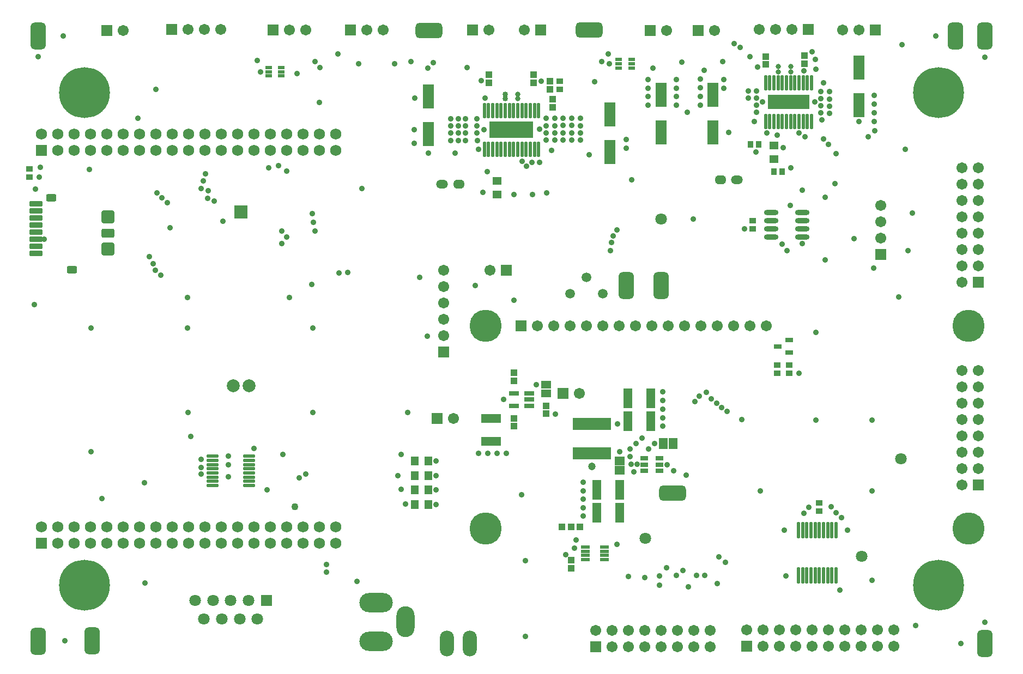
<source format=gts>
G04*
G04 #@! TF.GenerationSoftware,Altium Limited,Altium Designer,19.0.10 (269)*
G04*
G04 Layer_Color=8388736*
%FSLAX43Y43*%
%MOMM*%
G71*
G01*
G75*
G04:AMPARAMS|DCode=50|XSize=4.203mm|YSize=2.403mm|CornerRadius=0.652mm|HoleSize=0mm|Usage=FLASHONLY|Rotation=180.000|XOffset=0mm|YOffset=0mm|HoleType=Round|Shape=RoundedRectangle|*
%AMROUNDEDRECTD50*
21,1,4.203,1.100,0,0,180.0*
21,1,2.900,2.403,0,0,180.0*
1,1,1.303,-1.450,0.550*
1,1,1.303,1.450,0.550*
1,1,1.303,1.450,-0.550*
1,1,1.303,-1.450,-0.550*
%
%ADD50ROUNDEDRECTD50*%
%ADD51R,6.893X2.603*%
%ADD52O,0.553X2.403*%
G04:AMPARAMS|DCode=53|XSize=0.583mm|YSize=1.403mm|CornerRadius=0.143mm|HoleSize=0mm|Usage=FLASHONLY|Rotation=90.000|XOffset=0mm|YOffset=0mm|HoleType=Round|Shape=RoundedRectangle|*
%AMROUNDEDRECTD53*
21,1,0.583,1.116,0,0,90.0*
21,1,0.296,1.403,0,0,90.0*
1,1,0.287,0.558,0.148*
1,1,0.287,0.558,-0.148*
1,1,0.287,-0.558,-0.148*
1,1,0.287,-0.558,0.148*
%
%ADD53ROUNDEDRECTD53*%
%ADD54O,0.553X2.603*%
G04:AMPARAMS|DCode=55|XSize=2.003mm|YSize=2.003mm|CornerRadius=0.327mm|HoleSize=0mm|Usage=FLASHONLY|Rotation=90.000|XOffset=0mm|YOffset=0mm|HoleType=Round|Shape=RoundedRectangle|*
%AMROUNDEDRECTD55*
21,1,2.003,1.350,0,0,90.0*
21,1,1.350,2.003,0,0,90.0*
1,1,0.653,0.675,0.675*
1,1,0.653,0.675,-0.675*
1,1,0.653,-0.675,-0.675*
1,1,0.653,-0.675,0.675*
%
%ADD55ROUNDEDRECTD55*%
G04:AMPARAMS|DCode=56|XSize=1.403mm|YSize=2.003mm|CornerRadius=0.252mm|HoleSize=0mm|Usage=FLASHONLY|Rotation=90.000|XOffset=0mm|YOffset=0mm|HoleType=Round|Shape=RoundedRectangle|*
%AMROUNDEDRECTD56*
21,1,1.403,1.500,0,0,90.0*
21,1,0.900,2.003,0,0,90.0*
1,1,0.503,0.750,0.450*
1,1,0.503,0.750,-0.450*
1,1,0.503,-0.750,-0.450*
1,1,0.503,-0.750,0.450*
%
%ADD56ROUNDEDRECTD56*%
G04:AMPARAMS|DCode=57|XSize=1.103mm|YSize=1.603mm|CornerRadius=0.214mm|HoleSize=0mm|Usage=FLASHONLY|Rotation=90.000|XOffset=0mm|YOffset=0mm|HoleType=Round|Shape=RoundedRectangle|*
%AMROUNDEDRECTD57*
21,1,1.103,1.175,0,0,90.0*
21,1,0.675,1.603,0,0,90.0*
1,1,0.428,0.588,0.338*
1,1,0.428,0.588,-0.338*
1,1,0.428,-0.588,-0.338*
1,1,0.428,-0.588,0.338*
%
%ADD57ROUNDEDRECTD57*%
G04:AMPARAMS|DCode=58|XSize=0.903mm|YSize=2.003mm|CornerRadius=0.189mm|HoleSize=0mm|Usage=FLASHONLY|Rotation=90.000|XOffset=0mm|YOffset=0mm|HoleType=Round|Shape=RoundedRectangle|*
%AMROUNDEDRECTD58*
21,1,0.903,1.625,0,0,90.0*
21,1,0.525,2.003,0,0,90.0*
1,1,0.378,0.813,0.263*
1,1,0.378,0.813,-0.263*
1,1,0.378,-0.813,-0.263*
1,1,0.378,-0.813,0.263*
%
%ADD58ROUNDEDRECTD58*%
%ADD59R,6.403X2.203*%
%ADD60R,1.803X3.703*%
%ADD61R,1.403X1.653*%
%ADD62R,1.553X1.303*%
%ADD63R,3.103X1.353*%
%ADD64R,5.903X1.903*%
%ADD65R,1.303X1.403*%
%ADD66R,1.303X0.803*%
%ADD67R,1.053X0.953*%
%ADD68R,1.503X0.753*%
%ADD69O,1.903X0.553*%
%ADD70O,2.253X0.803*%
%ADD71R,1.003X0.503*%
%ADD72R,1.103X0.953*%
%ADD73R,1.053X0.903*%
%ADD74R,1.103X1.003*%
%ADD75R,1.353X3.103*%
%ADD76R,0.903X1.053*%
%ADD77R,1.003X1.103*%
%ADD78R,1.553X1.353*%
G04:AMPARAMS|DCode=79|XSize=4.203mm|YSize=2.403mm|CornerRadius=0.652mm|HoleSize=0mm|Usage=FLASHONLY|Rotation=90.000|XOffset=0mm|YOffset=0mm|HoleType=Round|Shape=RoundedRectangle|*
%AMROUNDEDRECTD79*
21,1,4.203,1.100,0,0,90.0*
21,1,2.900,2.403,0,0,90.0*
1,1,1.303,0.550,1.450*
1,1,1.303,0.550,-1.450*
1,1,1.303,-0.550,-1.450*
1,1,1.303,-0.550,1.450*
%
%ADD79ROUNDEDRECTD79*%
%ADD80R,1.403X1.303*%
%ADD81C,1.703*%
%ADD82R,1.703X1.703*%
%ADD83R,1.703X1.703*%
%ADD84C,5.003*%
%ADD85R,2.003X2.003*%
%ADD86C,2.003*%
%ADD87R,1.803X1.803*%
%ADD88C,1.803*%
%ADD89O,2.203X4.003*%
G04:AMPARAMS|DCode=90|XSize=5.203mm|YSize=3.003mm|CornerRadius=1.502mm|HoleSize=0mm|Usage=FLASHONLY|Rotation=0.000|XOffset=0mm|YOffset=0mm|HoleType=Round|Shape=RoundedRectangle|*
%AMROUNDEDRECTD90*
21,1,5.203,0.000,0,0,0.0*
21,1,2.200,3.003,0,0,0.0*
1,1,3.003,1.100,0.000*
1,1,3.003,-1.100,0.000*
1,1,3.003,-1.100,0.000*
1,1,3.003,1.100,0.000*
%
%ADD90ROUNDEDRECTD90*%
G04:AMPARAMS|DCode=91|XSize=4.803mm|YSize=2.803mm|CornerRadius=1.402mm|HoleSize=0mm|Usage=FLASHONLY|Rotation=270.000|XOffset=0mm|YOffset=0mm|HoleType=Round|Shape=RoundedRectangle|*
%AMROUNDEDRECTD91*
21,1,4.803,0.000,0,0,270.0*
21,1,2.000,2.803,0,0,270.0*
1,1,2.803,0.000,-1.000*
1,1,2.803,0.000,1.000*
1,1,2.803,0.000,1.000*
1,1,2.803,0.000,-1.000*
%
%ADD91ROUNDEDRECTD91*%
%ADD92C,1.503*%
%ADD93O,1.803X1.403*%
G04:AMPARAMS|DCode=94|XSize=1.803mm|YSize=1.403mm|CornerRadius=0.702mm|HoleSize=0mm|Usage=FLASHONLY|Rotation=0.000|XOffset=0mm|YOffset=0mm|HoleType=Round|Shape=RoundedRectangle|*
%AMROUNDEDRECTD94*
21,1,1.803,0.000,0,0,0.0*
21,1,0.400,1.403,0,0,0.0*
1,1,1.403,0.200,0.000*
1,1,1.403,-0.200,0.000*
1,1,1.403,-0.200,0.000*
1,1,1.403,0.200,0.000*
%
%ADD94ROUNDEDRECTD94*%
%ADD95C,1.753*%
%ADD96R,1.753X1.753*%
%ADD97C,7.903*%
%ADD98C,0.903*%
%ADD99C,0.803*%
%ADD100C,1.103*%
%ADD101C,1.203*%
%ADD102C,0.853*%
D50*
X138600Y149000D02*
D03*
X151500Y77000D02*
D03*
X113700Y148900D02*
D03*
D51*
X126500Y133500D02*
D03*
D52*
X122275Y130500D02*
D03*
X122925D02*
D03*
X123575D02*
D03*
X124225D02*
D03*
X124875D02*
D03*
X125525D02*
D03*
X126175D02*
D03*
X126825D02*
D03*
X127475D02*
D03*
X128125D02*
D03*
X128775D02*
D03*
X129425D02*
D03*
X130075D02*
D03*
X130725D02*
D03*
X122275Y136500D02*
D03*
X122925D02*
D03*
X123575D02*
D03*
X124225D02*
D03*
X124875D02*
D03*
X125525D02*
D03*
X126175D02*
D03*
X126825D02*
D03*
X127475D02*
D03*
X128125D02*
D03*
X128775D02*
D03*
X129425D02*
D03*
X130075D02*
D03*
X130725D02*
D03*
X173125Y140800D02*
D03*
X172475D02*
D03*
X171825D02*
D03*
X171175D02*
D03*
X170525D02*
D03*
X169875D02*
D03*
X169225D02*
D03*
X168575D02*
D03*
X167925D02*
D03*
X167275D02*
D03*
X166625D02*
D03*
X165975D02*
D03*
Y134800D02*
D03*
X166625D02*
D03*
X173125D02*
D03*
X172475D02*
D03*
X171825D02*
D03*
X171175D02*
D03*
X170525D02*
D03*
X169875D02*
D03*
X169225D02*
D03*
X168575D02*
D03*
X167925D02*
D03*
X167275D02*
D03*
D53*
X138000Y68650D02*
D03*
Y68000D02*
D03*
Y67350D02*
D03*
Y66700D02*
D03*
X140950D02*
D03*
Y67350D02*
D03*
Y68000D02*
D03*
Y68650D02*
D03*
D54*
X176925Y71250D02*
D03*
X176275D02*
D03*
X175625D02*
D03*
X174975D02*
D03*
X174325D02*
D03*
X173675D02*
D03*
X173025D02*
D03*
X172375D02*
D03*
X171725D02*
D03*
X171075D02*
D03*
X176925Y64250D02*
D03*
X176275D02*
D03*
X175625D02*
D03*
X174975D02*
D03*
X174325D02*
D03*
X173675D02*
D03*
X173025D02*
D03*
X172375D02*
D03*
X171725D02*
D03*
X171075D02*
D03*
D55*
X63800Y119960D02*
D03*
Y114960D02*
D03*
D56*
Y117460D02*
D03*
D57*
X58250Y111789D02*
D03*
X55000Y122960D02*
D03*
D58*
X52600Y121970D02*
D03*
Y120870D02*
D03*
Y119770D02*
D03*
Y118670D02*
D03*
Y117570D02*
D03*
Y116470D02*
D03*
Y115370D02*
D03*
Y114270D02*
D03*
D59*
X169550Y137800D02*
D03*
D60*
X180500Y137350D02*
D03*
Y143150D02*
D03*
X149750Y138900D02*
D03*
Y133100D02*
D03*
X157750Y138900D02*
D03*
Y133100D02*
D03*
X141750Y130050D02*
D03*
Y135850D02*
D03*
X113550Y132850D02*
D03*
Y138650D02*
D03*
D61*
X151610Y84750D02*
D03*
X150110D02*
D03*
D62*
X131850Y93916D02*
D03*
Y92516D02*
D03*
D63*
X123325Y85112D02*
D03*
Y88662D02*
D03*
D64*
X139000Y83250D02*
D03*
Y87750D02*
D03*
D65*
X111450Y82000D02*
D03*
X113550D02*
D03*
Y77500D02*
D03*
X111450D02*
D03*
X113550Y79750D02*
D03*
X111450D02*
D03*
X113550Y75250D02*
D03*
X111450D02*
D03*
D66*
X167850Y99850D02*
D03*
X169650Y100800D02*
D03*
Y98900D02*
D03*
X147120Y82418D02*
D03*
Y81467D02*
D03*
Y80518D02*
D03*
X149520D02*
D03*
Y81467D02*
D03*
Y82418D02*
D03*
D67*
X167800Y95700D02*
D03*
Y96950D02*
D03*
X169650D02*
D03*
Y95700D02*
D03*
D68*
X129250Y90616D02*
D03*
Y91566D02*
D03*
Y92516D02*
D03*
X126850D02*
D03*
Y90616D02*
D03*
D69*
X80035Y82768D02*
D03*
Y82118D02*
D03*
Y81467D02*
D03*
Y80817D02*
D03*
Y80168D02*
D03*
Y79518D02*
D03*
Y78868D02*
D03*
X85735Y82768D02*
D03*
Y82118D02*
D03*
Y81467D02*
D03*
Y80817D02*
D03*
Y80168D02*
D03*
Y79518D02*
D03*
Y78868D02*
D03*
X80035Y78232D02*
D03*
X85750D02*
D03*
D70*
X166825Y120655D02*
D03*
Y119385D02*
D03*
Y118115D02*
D03*
Y116845D02*
D03*
X171675Y120655D02*
D03*
Y119385D02*
D03*
Y118115D02*
D03*
Y116845D02*
D03*
D71*
X143140Y143100D02*
D03*
Y143750D02*
D03*
Y144400D02*
D03*
X145140D02*
D03*
Y143750D02*
D03*
Y143100D02*
D03*
X90750Y141850D02*
D03*
Y142500D02*
D03*
Y143150D02*
D03*
X88750D02*
D03*
Y142500D02*
D03*
Y141850D02*
D03*
D72*
X51600Y127425D02*
D03*
Y126175D02*
D03*
X164000Y119375D02*
D03*
Y118125D02*
D03*
X174325Y74265D02*
D03*
Y75515D02*
D03*
D73*
X134000Y139750D02*
D03*
Y141000D02*
D03*
D74*
X172000Y145025D02*
D03*
Y143775D02*
D03*
X165975Y143625D02*
D03*
Y144875D02*
D03*
X135750Y65375D02*
D03*
Y66625D02*
D03*
X132500Y139750D02*
D03*
Y141000D02*
D03*
X129900Y140822D02*
D03*
Y142072D02*
D03*
X123000Y140822D02*
D03*
Y142072D02*
D03*
X126850Y94516D02*
D03*
Y95766D02*
D03*
Y88662D02*
D03*
Y87412D02*
D03*
X131850Y90616D02*
D03*
Y89366D02*
D03*
X132900Y136975D02*
D03*
Y138225D02*
D03*
D75*
X144545Y91750D02*
D03*
X148095D02*
D03*
X144545Y88250D02*
D03*
X148095D02*
D03*
X143345Y77500D02*
D03*
X139795D02*
D03*
X143345Y74000D02*
D03*
X139795D02*
D03*
D76*
X164875Y131250D02*
D03*
X163625D02*
D03*
X167275Y127000D02*
D03*
X168525D02*
D03*
D77*
X134350Y71790D02*
D03*
X137150D02*
D03*
X135750D02*
D03*
D78*
X143345Y82025D02*
D03*
Y80575D02*
D03*
D79*
X195450Y148050D02*
D03*
X61350Y54050D02*
D03*
X149750Y109250D02*
D03*
X53000Y148050D02*
D03*
X200000D02*
D03*
Y53670D02*
D03*
X53000Y54020D02*
D03*
X144328Y109250D02*
D03*
D80*
X167250Y128950D02*
D03*
Y131050D02*
D03*
X124250Y123450D02*
D03*
Y125550D02*
D03*
D81*
X117500Y88662D02*
D03*
X137040Y92500D02*
D03*
X116000Y101500D02*
D03*
Y104040D02*
D03*
Y106580D02*
D03*
Y109120D02*
D03*
Y111660D02*
D03*
X123150Y111700D02*
D03*
X66150Y148900D02*
D03*
X166100Y103000D02*
D03*
X163560D02*
D03*
X161020D02*
D03*
X158480D02*
D03*
X155940D02*
D03*
X153400D02*
D03*
X150860D02*
D03*
X148320D02*
D03*
X145780D02*
D03*
X143240D02*
D03*
X140700D02*
D03*
X138160D02*
D03*
X135620D02*
D03*
X133080D02*
D03*
X130540D02*
D03*
X163050Y55790D02*
D03*
X165590Y53250D02*
D03*
Y55790D02*
D03*
X168130Y53250D02*
D03*
Y55790D02*
D03*
X170670Y53250D02*
D03*
Y55790D02*
D03*
X173210Y53250D02*
D03*
Y55790D02*
D03*
X175750Y53250D02*
D03*
Y55790D02*
D03*
X178290Y53250D02*
D03*
Y55790D02*
D03*
X180830Y53250D02*
D03*
Y55790D02*
D03*
X185910D02*
D03*
Y53250D02*
D03*
X183370Y55790D02*
D03*
Y53250D02*
D03*
X170070Y149050D02*
D03*
X167530D02*
D03*
X164990D02*
D03*
X177960Y149000D02*
D03*
X180500D02*
D03*
X196460Y127620D02*
D03*
X199000D02*
D03*
X196460Y125080D02*
D03*
X199000D02*
D03*
X196460Y122540D02*
D03*
X199000D02*
D03*
X196460Y120000D02*
D03*
X199000D02*
D03*
X196460Y117460D02*
D03*
X199000D02*
D03*
X196460Y114920D02*
D03*
X199000D02*
D03*
X196460Y112380D02*
D03*
X199000D02*
D03*
X196460Y109840D02*
D03*
Y78340D02*
D03*
X199000Y80880D02*
D03*
X196460D02*
D03*
X199000Y83420D02*
D03*
X196460D02*
D03*
X199000Y85960D02*
D03*
X196460D02*
D03*
X199000Y88500D02*
D03*
X196460D02*
D03*
X199000Y91040D02*
D03*
X196460D02*
D03*
X199000Y93580D02*
D03*
X196460D02*
D03*
X199000Y96120D02*
D03*
X196460D02*
D03*
X139590Y55660D02*
D03*
X142130Y53120D02*
D03*
Y55660D02*
D03*
X144670Y53120D02*
D03*
Y55660D02*
D03*
X147210Y53120D02*
D03*
Y55660D02*
D03*
X149750Y53120D02*
D03*
Y55660D02*
D03*
X152290Y53120D02*
D03*
Y55660D02*
D03*
X154830Y53120D02*
D03*
Y55660D02*
D03*
X157370Y53120D02*
D03*
Y55660D02*
D03*
X158070Y148900D02*
D03*
X150610D02*
D03*
X92021Y149000D02*
D03*
X94561D02*
D03*
X104000D02*
D03*
X106540D02*
D03*
X183900Y121750D02*
D03*
Y119210D02*
D03*
Y116670D02*
D03*
X81330Y149050D02*
D03*
X78790D02*
D03*
X76250D02*
D03*
X123000Y149000D02*
D03*
X128460D02*
D03*
D82*
X114960Y88662D02*
D03*
X134500Y92500D02*
D03*
X125690Y111700D02*
D03*
X63610Y148900D02*
D03*
X128000Y103000D02*
D03*
X163050Y53250D02*
D03*
X172610Y149050D02*
D03*
X183040Y149000D02*
D03*
X139590Y53120D02*
D03*
X155530Y148900D02*
D03*
X148070D02*
D03*
X89481Y149000D02*
D03*
X101460D02*
D03*
X73710Y149050D02*
D03*
X120460Y149000D02*
D03*
X131000D02*
D03*
D83*
X116000Y98960D02*
D03*
X199000Y109840D02*
D03*
Y78340D02*
D03*
X183900Y114130D02*
D03*
D84*
X197500Y103000D02*
D03*
Y71500D02*
D03*
X122500D02*
D03*
Y103000D02*
D03*
D85*
X84500Y120750D02*
D03*
D86*
X85750Y93750D02*
D03*
X83250D02*
D03*
D87*
X88425Y60340D02*
D03*
D88*
X77345D02*
D03*
X80115D02*
D03*
X82885D02*
D03*
X85655D02*
D03*
X78730Y57500D02*
D03*
X81500D02*
D03*
X84270D02*
D03*
X87040D02*
D03*
X187000Y82400D02*
D03*
X180905Y67250D02*
D03*
X149750Y119620D02*
D03*
X147250Y70000D02*
D03*
D89*
X116500Y53670D02*
D03*
X120000D02*
D03*
D90*
X105500Y60020D02*
D03*
Y54020D02*
D03*
D91*
X110000Y57020D02*
D03*
D92*
X138160Y110520D02*
D03*
X140700Y107980D02*
D03*
X135620D02*
D03*
D93*
X158950Y125750D02*
D03*
X118300Y125000D02*
D03*
D94*
X161550Y125750D02*
D03*
X115700Y125000D02*
D03*
D95*
X76310Y71790D02*
D03*
X73770D02*
D03*
X76310Y69250D02*
D03*
X73770D02*
D03*
X71230Y71790D02*
D03*
Y69250D02*
D03*
X55990D02*
D03*
X58530D02*
D03*
X61070D02*
D03*
X63610D02*
D03*
X66150D02*
D03*
X68690D02*
D03*
X53450Y71790D02*
D03*
X55990D02*
D03*
X58530D02*
D03*
X61070D02*
D03*
X63610D02*
D03*
X66150D02*
D03*
X68690D02*
D03*
X91550D02*
D03*
X89010D02*
D03*
X86470D02*
D03*
X83930D02*
D03*
X81390D02*
D03*
X78850D02*
D03*
X91550Y69250D02*
D03*
X89010D02*
D03*
X86470D02*
D03*
X83930D02*
D03*
X81390D02*
D03*
X78850D02*
D03*
X94090D02*
D03*
Y71790D02*
D03*
X96630Y69250D02*
D03*
X99170D02*
D03*
X96630Y71790D02*
D03*
X99170D02*
D03*
X99170Y132790D02*
D03*
X96630D02*
D03*
X99170Y130250D02*
D03*
X96630D02*
D03*
X94090Y132790D02*
D03*
Y130250D02*
D03*
X78850D02*
D03*
X81390D02*
D03*
X83930D02*
D03*
X86470D02*
D03*
X89010D02*
D03*
X91550D02*
D03*
X78850Y132790D02*
D03*
X81390D02*
D03*
X83930D02*
D03*
X86470D02*
D03*
X89010D02*
D03*
X91550D02*
D03*
X68690D02*
D03*
X66150D02*
D03*
X63610D02*
D03*
X61070D02*
D03*
X58530D02*
D03*
X55990D02*
D03*
X53450D02*
D03*
X68690Y130250D02*
D03*
X66150D02*
D03*
X63610D02*
D03*
X61070D02*
D03*
X58530D02*
D03*
X55990D02*
D03*
X71230D02*
D03*
Y132790D02*
D03*
X73770Y130250D02*
D03*
X76310D02*
D03*
X73770Y132790D02*
D03*
X76310D02*
D03*
D96*
X53450Y69250D02*
D03*
X53450Y130250D02*
D03*
D97*
X192840Y139300D02*
D03*
Y62700D02*
D03*
X60160D02*
D03*
Y139300D02*
D03*
D98*
X159500Y141300D02*
D03*
Y139967D02*
D03*
X147700D02*
D03*
Y141300D02*
D03*
Y138633D02*
D03*
Y137300D02*
D03*
X152150Y139967D02*
D03*
Y141300D02*
D03*
Y138633D02*
D03*
Y137300D02*
D03*
X155850Y140017D02*
D03*
Y141350D02*
D03*
Y138683D02*
D03*
Y137350D02*
D03*
X182850Y134800D02*
D03*
Y136133D02*
D03*
X147800Y83850D02*
D03*
X143345Y83450D02*
D03*
X146750Y85600D02*
D03*
X145850Y84750D02*
D03*
X137600Y73450D02*
D03*
X121400Y83250D02*
D03*
X117700Y129900D02*
D03*
X111400Y133500D02*
D03*
Y131400D02*
D03*
X113550Y129900D02*
D03*
X196350Y53670D02*
D03*
X200000Y56950D02*
D03*
X62850Y76200D02*
D03*
X163560Y144850D02*
D03*
X187200Y146750D02*
D03*
X188800Y120550D02*
D03*
X188100Y114700D02*
D03*
X168900Y71250D02*
D03*
X189250Y56450D02*
D03*
X142900Y69100D02*
D03*
X144700Y64050D02*
D03*
X153650Y79850D02*
D03*
X144950Y83850D02*
D03*
Y82700D02*
D03*
X130350Y93916D02*
D03*
X133350Y89350D02*
D03*
X125300Y91566D02*
D03*
X126900Y107000D02*
D03*
X120850Y109250D02*
D03*
X112250Y110520D02*
D03*
X93200Y142250D02*
D03*
X87040Y144250D02*
D03*
X99550Y145300D02*
D03*
X110900Y144050D02*
D03*
X182727Y112000D02*
D03*
X176750Y125150D02*
D03*
X179750Y116600D02*
D03*
X128050Y76750D02*
D03*
X128650Y54750D02*
D03*
Y66500D02*
D03*
X124267Y83250D02*
D03*
X122833D02*
D03*
X125700D02*
D03*
X150000Y87412D02*
D03*
Y88759D02*
D03*
Y90106D02*
D03*
Y91453D02*
D03*
Y92800D02*
D03*
X137600Y74762D02*
D03*
Y76075D02*
D03*
Y77387D02*
D03*
Y78700D02*
D03*
X182500Y63450D02*
D03*
X162250Y88500D02*
D03*
X165150Y77350D02*
D03*
X182500D02*
D03*
Y88400D02*
D03*
X173750D02*
D03*
Y102000D02*
D03*
X186700Y107550D02*
D03*
X154700Y119620D02*
D03*
X144300Y131950D02*
D03*
X187650Y130450D02*
D03*
X144300Y130650D02*
D03*
X182850Y138800D02*
D03*
Y137467D02*
D03*
X180500Y134800D02*
D03*
X200000Y144750D02*
D03*
X71230Y139750D02*
D03*
X96630Y137700D02*
D03*
X103300Y124400D02*
D03*
X110400Y89600D02*
D03*
X57100Y54050D02*
D03*
X73450Y118300D02*
D03*
X95600Y102650D02*
D03*
Y89600D02*
D03*
X76200Y107450D02*
D03*
X76250Y89600D02*
D03*
X76200Y102650D02*
D03*
X61150D02*
D03*
Y83500D02*
D03*
X52350Y106300D02*
D03*
X52550Y124300D02*
D03*
X56850Y148050D02*
D03*
X53000Y144875D02*
D03*
X78950Y126650D02*
D03*
X91550Y116800D02*
D03*
X72000Y110900D02*
D03*
X70200Y113800D02*
D03*
X132719Y130300D02*
D03*
X129750Y123450D02*
D03*
X163300Y139550D02*
D03*
Y138433D02*
D03*
X175936Y139400D02*
D03*
Y138283D02*
D03*
Y137167D02*
D03*
Y136050D02*
D03*
X117100Y135200D02*
D03*
Y134083D02*
D03*
Y132967D02*
D03*
Y131850D02*
D03*
X137227Y131900D02*
D03*
Y133017D02*
D03*
Y134133D02*
D03*
Y135250D02*
D03*
X135883Y131917D02*
D03*
Y133033D02*
D03*
Y134150D02*
D03*
Y135267D02*
D03*
X118225Y131850D02*
D03*
Y132967D02*
D03*
Y134083D02*
D03*
Y135200D02*
D03*
X119350Y131850D02*
D03*
Y132967D02*
D03*
Y134083D02*
D03*
Y135200D02*
D03*
X134538Y135267D02*
D03*
Y134150D02*
D03*
Y133033D02*
D03*
Y131917D02*
D03*
X133194Y135250D02*
D03*
Y134133D02*
D03*
Y133017D02*
D03*
Y131900D02*
D03*
X131850D02*
D03*
Y133017D02*
D03*
Y134133D02*
D03*
Y135250D02*
D03*
X130900Y133600D02*
D03*
X121150Y135200D02*
D03*
Y134083D02*
D03*
Y132967D02*
D03*
X121200Y131850D02*
D03*
X122250Y133500D02*
D03*
X174550Y136100D02*
D03*
Y137217D02*
D03*
Y138333D02*
D03*
Y139450D02*
D03*
X173600Y137800D02*
D03*
X165500Y137850D02*
D03*
X164550Y136200D02*
D03*
Y137317D02*
D03*
Y138433D02*
D03*
Y139550D02*
D03*
X123750Y132950D02*
D03*
Y134050D02*
D03*
X124850Y132950D02*
D03*
Y134050D02*
D03*
X125950Y132950D02*
D03*
Y134050D02*
D03*
X127050Y132950D02*
D03*
Y134050D02*
D03*
X128150D02*
D03*
X129250D02*
D03*
X128150Y132950D02*
D03*
X129250D02*
D03*
X171950Y142650D02*
D03*
X176900Y129800D02*
D03*
X192400Y148050D02*
D03*
X159150Y90300D02*
D03*
X158350Y91000D02*
D03*
X157550Y91700D02*
D03*
X156770Y92700D02*
D03*
X155000Y91250D02*
D03*
X155700Y92100D02*
D03*
X161100Y146900D02*
D03*
X141500Y145300D02*
D03*
X162000Y146250D02*
D03*
X140500Y144129D02*
D03*
X175750Y131250D02*
D03*
X90300Y127900D02*
D03*
X175000Y132100D02*
D03*
X181900Y132427D02*
D03*
X182950Y133350D02*
D03*
X142850Y117950D02*
D03*
X142300Y117000D02*
D03*
X142050Y115950D02*
D03*
X168700Y130700D02*
D03*
X167750Y132700D02*
D03*
X174750Y135000D02*
D03*
X164250Y134750D02*
D03*
X172100Y132427D02*
D03*
X171200Y133000D02*
D03*
X173750Y142875D02*
D03*
X174975Y140773D02*
D03*
X166200Y133000D02*
D03*
X145100Y81500D02*
D03*
X53900Y116450D02*
D03*
X53100Y126100D02*
D03*
X53300Y127651D02*
D03*
X96000Y117800D02*
D03*
X90800Y115800D02*
D03*
X95750Y119150D02*
D03*
X95550Y120450D02*
D03*
X90800Y117800D02*
D03*
X73000Y122150D02*
D03*
X71400Y123700D02*
D03*
X72200Y122900D02*
D03*
X81650Y119240D02*
D03*
X92000Y107400D02*
D03*
X113400Y101400D02*
D03*
X177750Y73225D02*
D03*
X70833Y112669D02*
D03*
X176925Y74000D02*
D03*
X71181Y111669D02*
D03*
X178700Y71250D02*
D03*
X176169Y74890D02*
D03*
X172700Y74800D02*
D03*
X171900Y73900D02*
D03*
X88750Y127620D02*
D03*
X95500Y109500D02*
D03*
X159700Y66300D02*
D03*
X158700Y67100D02*
D03*
X60950Y127300D02*
D03*
X126900Y123400D02*
D03*
X132000Y123650D02*
D03*
X108875Y79750D02*
D03*
X94500Y80000D02*
D03*
X101054Y111354D02*
D03*
X109395Y77605D02*
D03*
X93500Y79400D02*
D03*
X99700Y111250D02*
D03*
X141900Y114700D02*
D03*
X113500Y143100D02*
D03*
X119600Y143200D02*
D03*
X68500Y135250D02*
D03*
X114350Y143900D02*
D03*
X138600Y129600D02*
D03*
X128125Y128577D02*
D03*
X128856Y127800D02*
D03*
X130900Y128400D02*
D03*
X145200Y125725D02*
D03*
X172300Y138350D02*
D03*
Y137250D02*
D03*
X171200Y138350D02*
D03*
Y137250D02*
D03*
X170100Y138350D02*
D03*
Y137250D02*
D03*
X169000Y138350D02*
D03*
Y137250D02*
D03*
X167900Y138350D02*
D03*
Y137250D02*
D03*
X166800Y138350D02*
D03*
Y137250D02*
D03*
X145500Y80300D02*
D03*
X146000Y81500D02*
D03*
X79400Y124000D02*
D03*
X79300Y122800D02*
D03*
X78600Y125550D02*
D03*
X129700Y128400D02*
D03*
X141684Y143750D02*
D03*
X173675Y144400D02*
D03*
X173171Y145650D02*
D03*
X169800Y121700D02*
D03*
X169300Y114700D02*
D03*
X160000Y89700D02*
D03*
X153096Y65004D02*
D03*
X150550Y65400D02*
D03*
X122100Y123790D02*
D03*
X122750Y127000D02*
D03*
X162700Y118100D02*
D03*
X171150Y95700D02*
D03*
X171700Y124100D02*
D03*
Y115800D02*
D03*
X153800Y136200D02*
D03*
X69600Y63050D02*
D03*
X147210Y63900D02*
D03*
X169100Y64200D02*
D03*
X76700Y85800D02*
D03*
X69500Y78600D02*
D03*
X110020Y75300D02*
D03*
X114750Y75250D02*
D03*
X102500Y63300D02*
D03*
X134900Y67500D02*
D03*
X91550Y127100D02*
D03*
X80300Y122400D02*
D03*
X78300Y124400D02*
D03*
X121400Y130500D02*
D03*
X122400Y138400D02*
D03*
X121800Y141100D02*
D03*
X131100Y141000D02*
D03*
X139425Y140975D02*
D03*
X168525Y115750D02*
D03*
X164500Y130050D02*
D03*
X149500Y64200D02*
D03*
Y62700D02*
D03*
X91000Y83043D02*
D03*
X97750Y65975D02*
D03*
Y64750D02*
D03*
X111450Y138425D02*
D03*
X88500Y77500D02*
D03*
X87500Y142500D02*
D03*
X108375Y143750D02*
D03*
X96750Y143150D02*
D03*
X96000Y144129D02*
D03*
X102750Y143750D02*
D03*
X109340Y83043D02*
D03*
X159320Y144129D02*
D03*
X156400Y142750D02*
D03*
X153000Y144000D02*
D03*
X148500Y143100D02*
D03*
X169875Y127620D02*
D03*
X160250Y133100D02*
D03*
X164750Y143250D02*
D03*
X175250Y113250D02*
D03*
Y123000D02*
D03*
X156500Y64250D02*
D03*
X155250D02*
D03*
X154000Y62500D02*
D03*
X152120Y64250D02*
D03*
X82500Y79592D02*
D03*
Y82768D02*
D03*
Y81467D02*
D03*
X78250Y80000D02*
D03*
Y81000D02*
D03*
Y82250D02*
D03*
X86470Y84000D02*
D03*
X177500Y61950D02*
D03*
X158500Y63000D02*
D03*
X114750Y82000D02*
D03*
Y77500D02*
D03*
Y79750D02*
D03*
X151702Y80525D02*
D03*
X143000Y87750D02*
D03*
X150695Y81467D02*
D03*
X148750Y84750D02*
D03*
X136250Y68500D02*
D03*
X136500Y69750D02*
D03*
D99*
X167925Y143350D02*
D03*
X169875D02*
D03*
X167925Y142500D02*
D03*
X169875D02*
D03*
X127500Y139000D02*
D03*
Y138300D02*
D03*
D100*
X92850Y74890D02*
D03*
D101*
X139000Y81200D02*
D03*
D102*
X125500Y138300D02*
D03*
X125525Y139000D02*
D03*
M02*

</source>
